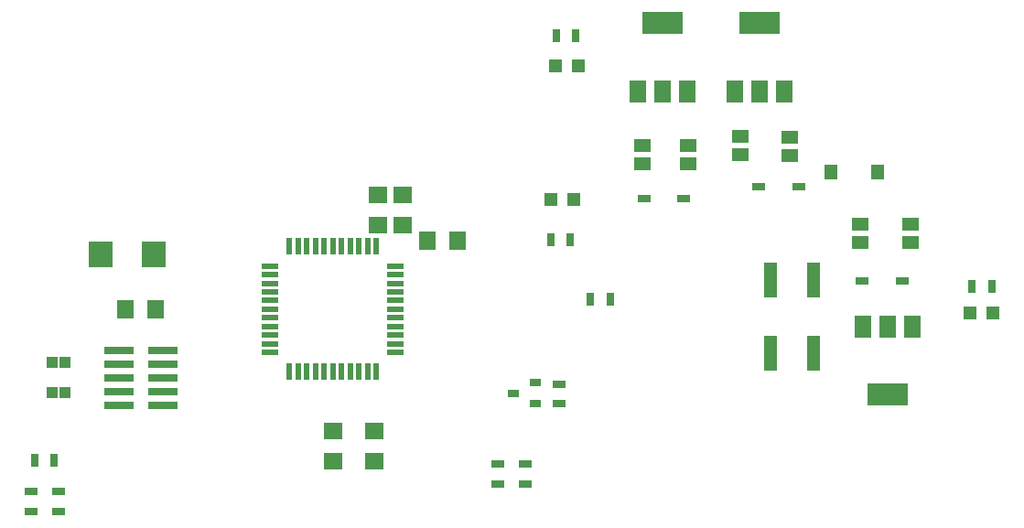
<source format=gtp>
G75*
G70*
%OFA0B0*%
%FSLAX24Y24*%
%IPPOS*%
%LPD*%
%AMOC8*
5,1,8,0,0,1.08239X$1,22.5*
%
%ADD10R,0.0591X0.0197*%
%ADD11R,0.0197X0.0591*%
%ADD12R,0.1100X0.0290*%
%ADD13R,0.0866X0.0945*%
%ADD14R,0.0630X0.0709*%
%ADD15R,0.0590X0.0790*%
%ADD16R,0.1500X0.0790*%
%ADD17R,0.0500X0.0579*%
%ADD18R,0.0591X0.0512*%
%ADD19R,0.0472X0.0315*%
%ADD20R,0.0315X0.0472*%
%ADD21R,0.0400X0.0250*%
%ADD22R,0.0472X0.1260*%
%ADD23R,0.0472X0.0472*%
%ADD24R,0.0394X0.0433*%
%ADD25R,0.0472X0.0276*%
%ADD26R,0.0709X0.0630*%
D10*
X010377Y011562D03*
X010377Y011877D03*
X010377Y012192D03*
X010377Y012507D03*
X010377Y012822D03*
X010377Y013137D03*
X010377Y013452D03*
X010377Y013767D03*
X010377Y014082D03*
X010377Y014397D03*
X010377Y014712D03*
X014943Y014712D03*
X014943Y014397D03*
X014943Y014082D03*
X014943Y013767D03*
X014943Y013452D03*
X014943Y013137D03*
X014943Y012822D03*
X014943Y012507D03*
X014943Y012192D03*
X014943Y011877D03*
X014943Y011562D03*
D11*
X014235Y010853D03*
X013920Y010853D03*
X013605Y010853D03*
X013290Y010853D03*
X012975Y010853D03*
X012660Y010853D03*
X012345Y010853D03*
X012030Y010853D03*
X011715Y010853D03*
X011400Y010853D03*
X011085Y010853D03*
X011085Y015420D03*
X011400Y015420D03*
X011715Y015420D03*
X012030Y015420D03*
X012345Y015420D03*
X012660Y015420D03*
X012975Y015420D03*
X013290Y015420D03*
X013605Y015420D03*
X013920Y015420D03*
X014235Y015420D03*
D12*
X006460Y011637D03*
X006460Y011137D03*
X006460Y010637D03*
X006460Y010137D03*
X006460Y009637D03*
X004860Y009637D03*
X004860Y010137D03*
X004860Y010637D03*
X004860Y011137D03*
X004860Y011637D03*
D13*
X004194Y015137D03*
X006126Y015137D03*
D14*
X006211Y013137D03*
X005109Y013137D03*
X016109Y015637D03*
X017211Y015637D03*
D15*
X023780Y021077D03*
X024680Y021077D03*
X025580Y021077D03*
X027310Y021077D03*
X028210Y021077D03*
X029110Y021077D03*
X031970Y012507D03*
X032870Y012507D03*
X033770Y012507D03*
D16*
X032880Y010027D03*
X028200Y023557D03*
X024670Y023557D03*
D17*
X030814Y018137D03*
X032506Y018137D03*
D18*
X031860Y016241D03*
X031860Y015572D03*
X033700Y015552D03*
X033700Y016221D03*
X029290Y018722D03*
X029290Y019391D03*
X027500Y019421D03*
X027500Y018752D03*
X025590Y018432D03*
X025590Y019101D03*
X023930Y019101D03*
X023930Y018432D03*
D19*
X001660Y005782D03*
X001660Y006491D03*
X002660Y006491D03*
X002660Y005782D03*
X018660Y006782D03*
X019660Y006782D03*
X019660Y007491D03*
X018660Y007491D03*
X020900Y009702D03*
X020900Y010411D03*
D20*
X022046Y013507D03*
X022754Y013507D03*
X021314Y015657D03*
X020606Y015657D03*
X020796Y023087D03*
X021504Y023087D03*
X035946Y013967D03*
X036654Y013967D03*
X002514Y007637D03*
X001806Y007637D03*
D21*
X019246Y010077D03*
X020034Y010451D03*
X020034Y009703D03*
D22*
X028603Y011528D03*
X030177Y011528D03*
X030177Y014205D03*
X028603Y014205D03*
D23*
X035877Y012987D03*
X036703Y012987D03*
X021433Y017127D03*
X020607Y017127D03*
X020767Y021997D03*
X021593Y021997D03*
D24*
X002896Y011188D03*
X002424Y011188D03*
X002424Y010086D03*
X002896Y010086D03*
D25*
X023992Y017167D03*
X025448Y017167D03*
X028172Y017597D03*
X029628Y017597D03*
X031932Y014157D03*
X033388Y014157D03*
D26*
X015210Y016186D03*
X014310Y016186D03*
X014310Y017288D03*
X015210Y017288D03*
X014160Y008688D03*
X012660Y008688D03*
X012660Y007586D03*
X014160Y007586D03*
M02*

</source>
